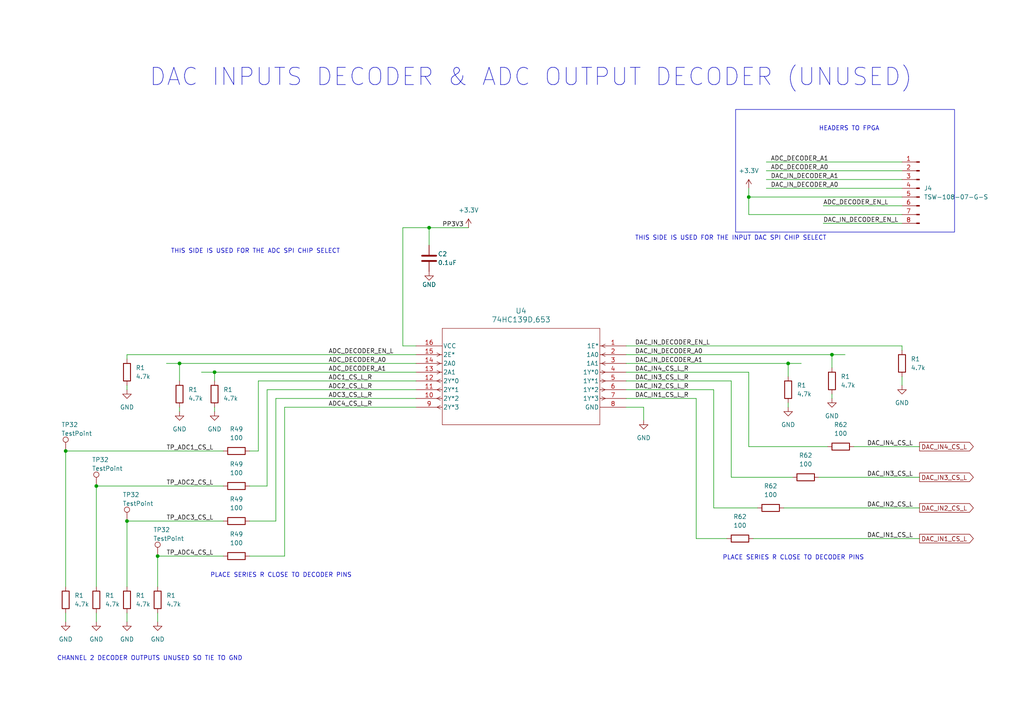
<source format=kicad_sch>
(kicad_sch (version 20230121) (generator eeschema)
  (paper "A4")
  (lib_symbols
    (symbol "74HC139N:74HC139N" (pin_names (offset 0.254))
      (property "Reference" "U" (at 30.48 10.16 0))
      (property "Value" "74HC139N" (at 30.48 7.62 0))
      (symbol "74HC139N_0_1"
        (polyline (pts (xy 7.0993 -15.7607) (xy 6.0579 -15.24)) (stroke (width 0.127)))
        (polyline (pts (xy 7.0993 -14.7193) (xy 6.0579 -15.24)) (stroke (width 0.127)))
        (polyline (pts (xy 7.0993 -13.2207) (xy 6.0579 -12.7)) (stroke (width 0.127)))
        (polyline (pts (xy 7.0993 -12.1793) (xy 6.0579 -12.7)) (stroke (width 0.127)))
        (polyline (pts (xy 7.0993 -10.6807) (xy 6.0579 -10.16)) (stroke (width 0.127)))
        (polyline (pts (xy 7.0993 -9.6393) (xy 6.0579 -10.16)) (stroke (width 0.127)))
        (polyline (pts (xy 7.0993 -8.1407) (xy 6.0579 -7.62)) (stroke (width 0.127)))
        (polyline (pts (xy 7.0993 -7.0993) (xy 6.0579 -7.62)) (stroke (width 0.127)))
        (polyline (pts (xy 7.0993 -5.08) (xy 6.0579 -5.6007)) (stroke (width 0.127)))
        (polyline (pts (xy 7.0993 -5.08) (xy 6.0579 -4.5593)) (stroke (width 0.127)))
        (polyline (pts (xy 7.0993 -2.54) (xy 6.0579 -3.0607)) (stroke (width 0.127)))
        (polyline (pts (xy 7.0993 -2.54) (xy 6.0579 -2.0193)) (stroke (width 0.127)))
        (polyline (pts (xy 7.0993 0) (xy 6.0579 -0.5207)) (stroke (width 0.127)))
        (polyline (pts (xy 7.0993 0) (xy 6.0579 0.5207)) (stroke (width 0.127)))
        (polyline (pts (xy 7.62 -22.86) (xy 53.34 -22.86)) (stroke (width 0.127)))
        (polyline (pts (xy 7.62 5.08) (xy 7.62 -22.86)) (stroke (width 0.127)))
        (polyline (pts (xy 53.34 -22.86) (xy 53.34 5.08)) (stroke (width 0.127)))
        (polyline (pts (xy 53.34 5.08) (xy 7.62 5.08)) (stroke (width 0.127)))
        (polyline (pts (xy 53.8607 -18.3007) (xy 54.9021 -17.78)) (stroke (width 0.127)))
        (polyline (pts (xy 53.8607 -17.2593) (xy 54.9021 -17.78)) (stroke (width 0.127)))
        (polyline (pts (xy 53.8607 -15.7607) (xy 54.9021 -15.24)) (stroke (width 0.127)))
        (polyline (pts (xy 53.8607 -14.7193) (xy 54.9021 -15.24)) (stroke (width 0.127)))
        (polyline (pts (xy 53.8607 -13.2207) (xy 54.9021 -12.7)) (stroke (width 0.127)))
        (polyline (pts (xy 53.8607 -12.1793) (xy 54.9021 -12.7)) (stroke (width 0.127)))
        (polyline (pts (xy 53.8607 -10.6807) (xy 54.9021 -10.16)) (stroke (width 0.127)))
        (polyline (pts (xy 53.8607 -9.6393) (xy 54.9021 -10.16)) (stroke (width 0.127)))
        (polyline (pts (xy 53.8607 -7.62) (xy 54.9021 -8.1407)) (stroke (width 0.127)))
        (polyline (pts (xy 53.8607 -7.62) (xy 54.9021 -7.0993)) (stroke (width 0.127)))
        (polyline (pts (xy 53.8607 -5.08) (xy 54.9021 -5.6007)) (stroke (width 0.127)))
        (polyline (pts (xy 53.8607 -5.08) (xy 54.9021 -4.5593)) (stroke (width 0.127)))
        (polyline (pts (xy 53.8607 -2.54) (xy 54.9021 -3.0607)) (stroke (width 0.127)))
        (polyline (pts (xy 53.8607 -2.54) (xy 54.9021 -2.0193)) (stroke (width 0.127)))
        (pin input line (at 0 0 0) (length 7.62) (name "1E*") (number "1"))
        (pin output line (at 60.96 -15.24 180) (length 7.62) (name "2Y*2") (number "10"))
        (pin output line (at 60.96 -12.7 180) (length 7.62) (name "2Y*1") (number "11"))
        (pin output line (at 60.96 -10.16 180) (length 7.62) (name "2Y*0") (number "12"))
        (pin input line (at 60.96 -7.62 180) (length 7.62) (name "2A1") (number "13"))
        (pin input line (at 60.96 -5.08 180) (length 7.62) (name "2A0") (number "14"))
        (pin input line (at 60.96 -2.54 180) (length 7.62) (name "2E*") (number "15"))
        (pin power_in line (at 60.96 0 180) (length 7.62) (name "VCC") (number "16"))
        (pin input line (at 0 -2.54 0) (length 7.62) (name "1A0") (number "2"))
        (pin input line (at 0 -5.08 0) (length 7.62) (name "1A1") (number "3"))
        (pin output line (at 0 -7.62 0) (length 7.62) (name "1Y*0") (number "4"))
        (pin output line (at 0 -10.16 0) (length 7.62) (name "1Y*1") (number "5"))
        (pin output line (at 0 -12.7 0) (length 7.62) (name "1Y*2") (number "6"))
        (pin output line (at 0 -15.24 0) (length 7.62) (name "1Y*3") (number "7"))
        (pin power_in line (at 0 -17.78 0) (length 7.62) (name "GND") (number "8"))
        (pin output line (at 60.96 -17.78 180) (length 7.62) (name "2Y*3") (number "9"))
      )
    )
    (symbol "Connector:Conn_01x08_Pin" (pin_names (offset 1.016) hide)
      (property "Reference" "J" (at 0 10.16 0))
      (property "Value" "Conn_01x08_Pin" (at 0 -12.7 0))
      (symbol "Conn_01x08_Pin_1_1"
        (polyline (pts (xy 1.27 -10.16) (xy 0.8636 -10.16)) (stroke (width 0.1524)))
        (polyline (pts (xy 1.27 -7.62) (xy 0.8636 -7.62)) (stroke (width 0.1524)))
        (polyline (pts (xy 1.27 -5.08) (xy 0.8636 -5.08)) (stroke (width 0.1524)))
        (polyline (pts (xy 1.27 -2.54) (xy 0.8636 -2.54)) (stroke (width 0.1524)))
        (polyline (pts (xy 1.27 0) (xy 0.8636 0)) (stroke (width 0.1524)))
        (polyline (pts (xy 1.27 2.54) (xy 0.8636 2.54)) (stroke (width 0.1524)))
        (polyline (pts (xy 1.27 5.08) (xy 0.8636 5.08)) (stroke (width 0.1524)))
        (polyline (pts (xy 1.27 7.62) (xy 0.8636 7.62)) (stroke (width 0.1524)))
        (rectangle (start 0.8636 -10.033) (end 0 -10.287) (stroke (width 0.1524)) (fill (type outline)))
        (rectangle (start 0.8636 -7.493) (end 0 -7.747) (stroke (width 0.1524)) (fill (type outline)))
        (rectangle (start 0.8636 -4.953) (end 0 -5.207) (stroke (width 0.1524)) (fill (type outline)))
        (rectangle (start 0.8636 -2.413) (end 0 -2.667) (stroke (width 0.1524)) (fill (type outline)))
        (rectangle (start 0.8636 0.127) (end 0 -0.127) (stroke (width 0.1524)) (fill (type outline)))
        (rectangle (start 0.8636 2.667) (end 0 2.413) (stroke (width 0.1524)) (fill (type outline)))
        (rectangle (start 0.8636 5.207) (end 0 4.953) (stroke (width 0.1524)) (fill (type outline)))
        (rectangle (start 0.8636 7.747) (end 0 7.493) (stroke (width 0.1524)) (fill (type outline)))
        (pin passive line (at 5.08 7.62 180) (length 3.81) (name "Pin_1") (number "1"))
        (pin passive line (at 5.08 5.08 180) (length 3.81) (name "Pin_2") (number "2"))
        (pin passive line (at 5.08 2.54 180) (length 3.81) (name "Pin_3") (number "3"))
        (pin passive line (at 5.08 0 180) (length 3.81) (name "Pin_4") (number "4"))
        (pin passive line (at 5.08 -2.54 180) (length 3.81) (name "Pin_5") (number "5"))
        (pin passive line (at 5.08 -5.08 180) (length 3.81) (name "Pin_6") (number "6"))
        (pin passive line (at 5.08 -7.62 180) (length 3.81) (name "Pin_7") (number "7"))
        (pin passive line (at 5.08 -10.16 180) (length 3.81) (name "Pin_8") (number "8"))
      )
    )
    (symbol "Connector:TestPoint" (pin_numbers hide) (pin_names (offset 0.762) hide)
      (property "Reference" "TP" (at 0 6.858 0))
      (property "Value" "TestPoint" (at 0 5.08 0))
      (symbol "TestPoint_0_1"
        (circle (center 0 3.302) (radius 0.762))
      )
      (symbol "TestPoint_1_1"
        (pin passive line (at 0 0 90) (length 2.54) (name "1") (number "1"))
      )
    )
    (symbol "Device:C" (pin_numbers hide) (pin_names (offset 0.254))
      (property "Reference" "C" (at 0.635 2.54 0))
      (property "Value" "C" (at 0.635 -2.54 0))
      (symbol "C_0_1"
        (polyline (pts (xy -2.032 -0.762) (xy 2.032 -0.762)) (stroke (width 0.508)))
        (polyline (pts (xy -2.032 0.762) (xy 2.032 0.762)) (stroke (width 0.508)))
      )
      (symbol "C_1_1"
        (pin passive line (at 0 3.81 270) (length 2.794) (name "~") (number "1"))
        (pin passive line (at 0 -3.81 90) (length 2.794) (name "~") (number "2"))
      )
    )
    (symbol "Device:R" (pin_numbers hide) (pin_names (offset 0))
      (property "Reference" "R" (at 2.032 0 90))
      (property "Value" "R" (at 0 0 90))
      (symbol "R_0_1"
        (rectangle (start -1.016 -2.54) (end 1.016 2.54) (stroke (width 0.254)))
      )
      (symbol "R_1_1"
        (pin passive line (at 0 3.81 270) (length 1.27) (name "~") (number "1"))
        (pin passive line (at 0 -3.81 90) (length 1.27) (name "~") (number "2"))
      )
    )
    (symbol "power:+3.3V" (power) (pin_names (offset 0))
      (property "Value" "+3.3V" (at 0 3.556 0))
      (symbol "+3.3V_0_1"
        (polyline (pts (xy -0.762 1.27) (xy 0 2.54)))
        (polyline (pts (xy 0 0) (xy 0 2.54)))
        (polyline (pts (xy 0 2.54) (xy 0.762 1.27)))
      )
      (symbol "+3.3V_1_1"
        (pin power_in line (at 0 0 90) (length 0) hide (name "+3.3V") (number "1"))
      )
    )
    (symbol "power:GND" (power) (pin_names (offset 0))
      (property "Value" "GND" (at 0 -3.81 0))
      (symbol "GND_0_1"
        (polyline (pts (xy 0 0) (xy 0 -1.27) (xy 1.27 -1.27) (xy 0 -2.54) (xy -1.27 -1.27) (xy 0 -1.27)))
      )
      (symbol "GND_1_1"
        (pin power_in line (at 0 0 270) (length 0) hide (name "GND") (number "1"))
      )
    )
  )
  (junction (at 217.17 57.15))
  (junction (at 27.94 140.97))
  (junction (at 62.23 107.95))
  (junction (at 45.72 161.29))
  (junction (at 19.05 130.81))
  (junction (at 52.07 105.41))
  (junction (at 124.46 66.04))
  (junction (at 228.6 105.41))
  (junction (at 36.83 151.13))
  (junction (at 241.3 102.87))
  (wire (pts (xy 181.61 115.57) (xy 201.93 115.57)))
  (wire (pts (xy 217.17 62.23) (xy 261.62 62.23)))
  (wire (pts (xy 74.93 110.49) (xy 120.65 110.49)))
  (wire (pts (xy 181.61 118.11) (xy 186.69 118.11)))
  (wire (pts (xy 45.72 177.8) (xy 45.72 180.34)))
  (wire (pts (xy 222.25 54.61) (xy 261.62 54.61)))
  (wire (pts (xy 181.61 102.87) (xy 241.3 102.87)))
  (wire (pts (xy 186.69 121.92) (xy 186.69 118.11)))
  (wire (pts (xy 74.93 110.49) (xy 74.93 130.81)))
  (wire (pts (xy 227.33 147.32) (xy 266.7 147.32)))
  (wire (pts (xy 36.83 151.13) (xy 64.77 151.13)))
  (wire (pts (xy 52.07 105.41) (xy 52.07 110.49)))
  (wire (pts (xy 82.55 118.11) (xy 120.65 118.11)))
  (wire (pts (xy 36.83 177.8) (xy 36.83 180.34)))
  (wire (pts (xy 82.55 118.11) (xy 82.55 161.29)))
  (wire (pts (xy 181.61 110.49) (xy 212.09 110.49)))
  (wire (pts (xy 238.76 59.69) (xy 261.62 59.69)))
  (wire (pts (xy 62.23 107.95) (xy 120.65 107.95)))
  (wire (pts (xy 116.84 66.04) (xy 124.46 66.04)))
  (wire (pts (xy 19.05 177.8) (xy 19.05 180.34)))
  (wire (pts (xy 241.3 102.87) (xy 245.11 102.87)))
  (wire (pts (xy 181.61 107.95) (xy 217.17 107.95)))
  (wire (pts (xy 52.07 105.41) (xy 120.65 105.41)))
  (wire (pts (xy 261.62 109.22) (xy 261.62 111.76)))
  (wire (pts (xy 80.01 115.57) (xy 80.01 151.13)))
  (wire (pts (xy 217.17 57.15) (xy 217.17 62.23)))
  (wire (pts (xy 80.01 151.13) (xy 72.39 151.13)))
  (wire (pts (xy 212.09 138.43) (xy 229.87 138.43)))
  (wire (pts (xy 207.01 113.03) (xy 207.01 147.32)))
  (wire (pts (xy 124.46 66.04) (xy 124.46 71.12)))
  (wire (pts (xy 62.23 107.95) (xy 62.23 110.49)))
  (wire (pts (xy 241.3 102.87) (xy 241.3 106.68)))
  (wire (pts (xy 181.61 100.33) (xy 261.62 100.33)))
  (wire (pts (xy 77.47 140.97) (xy 72.39 140.97)))
  (wire (pts (xy 212.09 110.49) (xy 212.09 138.43)))
  (wire (pts (xy 201.93 115.57) (xy 201.93 156.21)))
  (wire (pts (xy 247.65 129.54) (xy 266.7 129.54)))
  (wire (pts (xy 82.55 161.29) (xy 72.39 161.29)))
  (wire (pts (xy 45.72 161.29) (xy 45.72 170.18)))
  (wire (pts (xy 218.44 156.21) (xy 266.7 156.21)))
  (wire (pts (xy 19.05 170.18) (xy 19.05 130.81)))
  (wire (pts (xy 27.94 177.8) (xy 27.94 180.34)))
  (wire (pts (xy 36.83 111.76) (xy 36.83 113.03)))
  (wire (pts (xy 261.62 100.33) (xy 261.62 101.6)))
  (wire (pts (xy 228.6 116.84) (xy 228.6 118.11)))
  (wire (pts (xy 62.23 118.11) (xy 62.23 119.38)))
  (wire (pts (xy 52.07 118.11) (xy 52.07 119.38)))
  (wire (pts (xy 217.17 57.15) (xy 217.17 54.61)))
  (wire (pts (xy 207.01 147.32) (xy 219.71 147.32)))
  (wire (pts (xy 217.17 107.95) (xy 217.17 129.54)))
  (wire (pts (xy 120.65 100.33) (xy 116.84 100.33)))
  (wire (pts (xy 228.6 105.41) (xy 228.6 109.22)))
  (wire (pts (xy 27.94 170.18) (xy 27.94 140.97)))
  (wire (pts (xy 217.17 57.15) (xy 261.62 57.15)))
  (wire (pts (xy 74.93 130.81) (xy 72.39 130.81)))
  (wire (pts (xy 241.3 114.3) (xy 241.3 115.57)))
  (wire (pts (xy 58.42 107.95) (xy 62.23 107.95)))
  (wire (pts (xy 27.94 140.97) (xy 64.77 140.97)))
  (wire (pts (xy 222.25 46.99) (xy 261.62 46.99)))
  (wire (pts (xy 217.17 129.54) (xy 240.03 129.54)))
  (wire (pts (xy 19.05 130.81) (xy 64.77 130.81)))
  (wire (pts (xy 201.93 156.21) (xy 210.82 156.21)))
  (wire (pts (xy 237.49 138.43) (xy 266.7 138.43)))
  (wire (pts (xy 77.47 113.03) (xy 120.65 113.03)))
  (wire (pts (xy 36.83 102.87) (xy 120.65 102.87)))
  (wire (pts (xy 45.72 161.29) (xy 64.77 161.29)))
  (wire (pts (xy 238.76 64.77) (xy 261.62 64.77)))
  (wire (pts (xy 222.25 52.07) (xy 261.62 52.07)))
  (wire (pts (xy 228.6 105.41) (xy 232.41 105.41)))
  (wire (pts (xy 80.01 115.57) (xy 120.65 115.57)))
  (wire (pts (xy 36.83 170.18) (xy 36.83 151.13)))
  (wire (pts (xy 77.47 113.03) (xy 77.47 140.97)))
  (wire (pts (xy 116.84 100.33) (xy 116.84 66.04)))
  (wire (pts (xy 48.26 105.41) (xy 52.07 105.41)))
  (wire (pts (xy 124.46 66.04) (xy 135.89 66.04)))
  (wire (pts (xy 181.61 105.41) (xy 228.6 105.41)))
  (wire (pts (xy 181.61 113.03) (xy 207.01 113.03)))
  (wire (pts (xy 222.25 49.53) (xy 261.62 49.53)))
  (wire (pts (xy 36.83 102.87) (xy 36.83 104.14)))
  (rectangle (start 213.36 31.75) (end 276.86 67.31))
  (text "CHANNEL 2 DECODER OUTPUTS UNUSED SO TIE TO GND" (at 16.51 191.77 0) (effects (font (size 1.27 1.27)) (justify left bottom)))
  (text "PLACE SERIES R CLOSE TO DECODER PINS" (at 60.96 167.64 0) (effects (font (size 1.27 1.27)) (justify left bottom)))
  (text "PLACE SERIES R CLOSE TO DECODER PINS" (at 209.55 162.56 0) (effects (font (size 1.27 1.27)) (justify left bottom)))
  (text "HEADERS TO FPGA" (at 237.49 38.1 0) (effects (font (size 1.27 1.27)) (justify left bottom)))
  (text "DAC INPUTS DECODER & ADC OUTPUT DECODER (UNUSED)" (at 43.18 25.4 0) (effects (font (size 5 5)) (justify left bottom)))
  (text "THIS SIDE IS USED FOR THE ADC SPI CHIP SELECT\n" (at 49.53 73.66 0) (effects (font (size 1.27 1.27)) (justify left bottom)))
  (text "THIS SIDE IS USED FOR THE INPUT DAC SPI CHIP SELECT\n" (at 184.15 69.85 0) (effects (font (size 1.27 1.27)) (justify left bottom)))
  (label "ADC4_CS_L_R" (at 95.25 118.11 0))
  (label "DAC_IN2_CS_L_R" (at 184.15 113.03 0))
  (label "ADC3_CS_L_R" (at 95.25 115.57 0))
  (label "ADC_DECODER_EN_L" (at 95.25 102.87 0))
  (label "ADC2_CS_L_R" (at 95.25 113.03 0))
  (label "TP_ADC3_CS_L" (at 48.26 151.13 0))
  (label "DAC_IN4_CS_L" (at 251.46 129.54 0))
  (label "ADC_DECODER_A1" (at 223.52 46.99 0))
  (label "DAC_IN1_CS_L" (at 251.46 156.21 0))
  (label "DAC_IN4_CS_L_R" (at 184.15 107.95 0))
  (label "TP_ADC4_CS_L" (at 48.26 161.29 0))
  (label "DAC_IN_DECODER_A0" (at 223.52 54.61 0))
  (label "DAC_IN3_CS_L" (at 251.46 138.43 0))
  (label "DAC_IN3_CS_L_R" (at 184.15 110.49 0))
  (label "DAC_IN1_CS_L_R" (at 184.15 115.57 0))
  (label "ADC_DECODER_A0" (at 95.25 105.41 0))
  (label "DAC_IN_DECODER_A0" (at 184.15 102.87 0))
  (label "DAC_IN_DECODER_EN_L" (at 184.15 100.33 0))
  (label "DAC_IN_DECODER_A1" (at 184.15 105.41 0))
  (label "ADC_DECODER_EN_L" (at 238.76 59.69 0))
  (label "ADC_DECODER_A1" (at 95.25 107.95 0))
  (label "PP3V3" (at 128.27 66.04 0))
  (label "TP_ADC2_CS_L" (at 48.26 140.97 0))
  (label "ADC1_CS_L_R" (at 95.25 110.49 0))
  (label "TP_ADC1_CS_L" (at 48.26 130.81 0))
  (label "DAC_IN_DECODER_EN_L" (at 238.76 64.77 0))
  (label "ADC_DECODER_A0" (at 223.52 49.53 0))
  (label "DAC_IN2_CS_L" (at 251.46 147.32 0))
  (label "DAC_IN_DECODER_A1" (at 223.52 52.07 0))
  (global_label "DAC_IN3_CS_L" (shape output) (at 266.7 138.43 0) (property "Intersheetrefs" "${INTERSHEET_REFS}" (effects hide)))
  (global_label "DAC_IN2_CS_L" (shape output) (at 266.7 147.32 0) (property "Intersheetrefs" "${INTERSHEET_REFS}" (effects hide)))
  (global_label "DAC_IN4_CS_L" (shape output) (at 266.7 129.54 0) (property "Intersheetrefs" "${INTERSHEET_REFS}" (effects hide)))
  (global_label "DAC_IN1_CS_L" (shape output) (at 266.7 156.21 0) (property "Intersheetrefs" "${INTERSHEET_REFS}" (effects hide)))
  (symbol (lib_id "Connector:Conn_01x08_Pin") (at 266.7 54.61 0) (mirror y) (unit 1)
    (property "Reference" "J4" (at 267.97 54.61 0) (effects (justify right)))
    (property "Value" "TSW-108-07-G-S" (at 267.97 57.15 0) (effects (justify right)))
    (property "Footprint" "Connector_PinHeader_2.54mm:PinHeader_1x08_P2.54mm_Vertical" (effects hide))
    (property "Datasheet" "https://suddendocs.samtec.com/catalog_english/tsw_th.pdf" (effects hide))
    (property "Comment" "Connector Header Through Hole 8 position 0.100\" (2.54mm)" (effects hide))
    (property "MPN" "TSW-108-07-G-S" (effects hide))
  )
  (symbol (lib_id "Device:R") (at 228.6 113.03 0) (unit 1)
    (property "Reference" "R1" (at 231.14 111.76 0) (effects (justify left)))
    (property "Value" "4.7k" (at 231.14 114.3 0) (effects (justify left)))
    (property "Footprint" "Resistor_SMD:R_0805_2012Metric" (effects hide))
    (property "Datasheet" "https://www.yageo.com/upload/media/product/products/datasheet/rchip/PYu-RC_Group_51_RoHS_L_12.pdf" (effects hide))
    (property "Comment" "4.7 kOhms ±1% 0.125W, 1/8W Chip Resistor 0805 (2012 Metric) Moisture Resistant Thick Film" (effects hide))
    (property "LCSC" "C60816" (effects hide))
    (property "MPN" "RC0805FR-074K7L" (effects hide))
    (instances (project "fydp" (path "" (reference "R1") (unit 1)) (path "" (reference "R9") (unit 1)) (path "" (reference "R11") (unit 1))))
  )
  (symbol (lib_id "Connector:TestPoint") (at 27.94 140.97 0) (unit 1)
    (property "Reference" "TP32" (at 26.67 133.35 0) (effects (justify left)))
    (property "Value" "TestPoint" (at 26.67 135.89 0) (effects (justify left)))
    (property "Footprint" "TestPoint:TestPoint_Pad_1.0x1.0mm" (effects hide))
    (instances (project "fydp" (path "" (reference "TP32") (unit 1)) (path "" (reference "TP2") (unit 1))) (project "untitled" (path "" (reference "TP2") (unit 1))))
  )
  (symbol (lib_id "Device:R") (at 68.58 140.97 270) (unit 1)
    (property "Reference" "R49" (at 68.58 134.62 90))
    (property "Value" "100" (at 68.58 137.16 90))
    (property "Footprint" "Resistor_SMD:R_0805_2012Metric" (effects hide))
    (property "Datasheet" "https://www.yageo.com/upload/media/product/products/datasheet/rchip/PYu-RC_Group_51_RoHS_L_12.pdf" (effects hide))
    (property "Comment" "100 Ohms ±1% 0.125W, 1/8W Chip Resistor 0805 (2012 Metric) Moisture Resistant Thick Film" (effects hide))
    (property "LCSC" "C105577" (effects hide))
    (property "MPN" "RC0805FR-07100RL" (effects hide))
    (instances (project "fydp" (path "" (reference "R49") (unit 1)) (path "" (reference "R17") (unit 1))))
  )
  (symbol (lib_id "power:GND") (at 186.69 121.92 0) (unit 1)
    (property "Reference" "#PWR040" (effects hide))
    (property "Value" "GND" (at 186.69 127 0))
  )
  (symbol (lib_id "Device:R") (at 45.72 173.99 0) (unit 1)
    (property "Reference" "R1" (at 48.26 172.72 0) (effects (justify left)))
    (property "Value" "4.7k" (at 48.26 175.26 0) (effects (justify left)))
    (property "Footprint" "Resistor_SMD:R_0805_2012Metric" (effects hide))
    (property "Datasheet" "https://www.yageo.com/upload/media/product/products/datasheet/rchip/PYu-RC_Group_51_RoHS_L_12.pdf" (effects hide))
    (property "Comment" "4.7 kOhms ±1% 0.125W, 1/8W Chip Resistor 0805 (2012 Metric) Moisture Resistant Thick Film" (effects hide))
    (property "LCSC" "C60816" (effects hide))
    (property "MPN" "RC0805FR-074K7L" (effects hide))
    (instances (project "fydp" (path "" (reference "R1") (unit 1)) (path "" (reference "R9") (unit 1)) (path "" (reference "R25") (unit 1)) (path "" (reference "R8") (unit 1))))
  )
  (symbol (lib_id "Connector:TestPoint") (at 36.83 151.13 0) (unit 1)
    (property "Reference" "TP32" (at 35.56 143.51 0) (effects (justify left)))
    (property "Value" "TestPoint" (at 35.56 146.05 0) (effects (justify left)))
    (property "Footprint" "TestPoint:TestPoint_Pad_1.0x1.0mm" (effects hide))
    (instances (project "fydp" (path "" (reference "TP32") (unit 1)) (path "" (reference "TP3") (unit 1))) (project "untitled" (path "" (reference "TP2") (unit 1))))
  )
  (symbol (lib_id "Device:R") (at 62.23 114.3 0) (unit 1)
    (property "Reference" "R1" (at 64.77 113.03 0) (effects (justify left)))
    (property "Value" "4.7k" (at 64.77 115.57 0) (effects (justify left)))
    (property "Footprint" "Resistor_SMD:R_0805_2012Metric" (effects hide))
    (property "Datasheet" "https://www.yageo.com/upload/media/product/products/datasheet/rchip/PYu-RC_Group_51_RoHS_L_12.pdf" (effects hide))
    (property "Comment" "4.7 kOhms ±1% 0.125W, 1/8W Chip Resistor 0805 (2012 Metric) Moisture Resistant Thick Film" (effects hide))
    (property "LCSC" "C60816" (effects hide))
    (property "MPN" "RC0805FR-074K7L" (effects hide))
    (instances (project "fydp" (path "" (reference "R1") (unit 1)) (path "" (reference "R9") (unit 1)) (path "" (reference "R13") (unit 1))))
  )
  (symbol (lib_id "power:GND") (at 124.46 78.74 0) (unit 1)
    (property "Reference" "#PWR08" (effects hide))
    (property "Value" "GND" (at 124.46 82.55 0))
    (instances (project "fydp" (path "" (reference "#PWR08") (unit 1)) (path "" (reference "#PWR085") (unit 1)) (path "" (reference "#PWR0157") (unit 1)) (path "" (reference "#PWR032") (unit 1))))
  )
  (symbol (lib_id "power:GND") (at 241.3 115.57 0) (unit 1)
    (property "Reference" "#PWR036" (effects hide))
    (property "Value" "GND" (at 241.3 120.65 0))
  )
  (symbol (lib_id "power:+3.3V") (at 135.89 66.04 0) (unit 1)
    (property "Reference" "#PWR013" (effects hide))
    (property "Value" "+3.3V" (at 135.89 60.96 0))
    (instances (project "fydp" (path "" (reference "#PWR013") (unit 1)) (path "" (reference "#PWR030") (unit 1))))
  )
  (symbol (lib_id "Device:R") (at 241.3 110.49 0) (unit 1)
    (property "Reference" "R1" (at 243.84 109.22 0) (effects (justify left)))
    (property "Value" "4.7k" (at 243.84 111.76 0) (effects (justify left)))
    (property "Footprint" "Resistor_SMD:R_0805_2012Metric" (effects hide))
    (property "Datasheet" "https://www.yageo.com/upload/media/product/products/datasheet/rchip/PYu-RC_Group_51_RoHS_L_12.pdf" (effects hide))
    (property "Comment" "4.7 kOhms ±1% 0.125W, 1/8W Chip Resistor 0805 (2012 Metric) Moisture Resistant Thick Film" (effects hide))
    (property "LCSC" "C60816" (effects hide))
    (property "MPN" "RC0805FR-074K7L" (effects hide))
    (instances (project "fydp" (path "" (reference "R1") (unit 1)) (path "" (reference "R9") (unit 1)) (path "" (reference "R10") (unit 1))))
  )
  (symbol (lib_id "Device:R") (at 19.05 173.99 0) (unit 1)
    (property "Reference" "R1" (at 21.59 172.72 0) (effects (justify left)))
    (property "Value" "4.7k" (at 21.59 175.26 0) (effects (justify left)))
    (property "Footprint" "Resistor_SMD:R_0805_2012Metric" (effects hide))
    (property "Datasheet" "https://www.yageo.com/upload/media/product/products/datasheet/rchip/PYu-RC_Group_51_RoHS_L_12.pdf" (effects hide))
    (property "Comment" "4.7 kOhms ±1% 0.125W, 1/8W Chip Resistor 0805 (2012 Metric) Moisture Resistant Thick Film" (effects hide))
    (property "LCSC" "C60816" (effects hide))
    (property "MPN" "RC0805FR-074K7L" (effects hide))
    (instances (project "fydp" (path "" (reference "R1") (unit 1)) (path "" (reference "R9") (unit 1)) (path "" (reference "R22") (unit 1)) (path "" (reference "R5") (unit 1))))
  )
  (symbol (lib_id "power:GND") (at 27.94 180.34 0) (unit 1)
    (property "Reference" "#PWR042" (effects hide))
    (property "Value" "GND" (at 27.94 185.42 0))
    (instances (project "fydp" (path "" (reference "#PWR042") (unit 1)) (path "" (reference "#PWR040") (unit 1))))
  )
  (symbol (lib_id "power:GND") (at 52.07 119.38 0) (unit 1)
    (property "Reference" "#PWR038" (effects hide))
    (property "Value" "GND" (at 52.07 124.46 0))
  )
  (symbol (lib_id "Device:R") (at 68.58 161.29 270) (unit 1)
    (property "Reference" "R49" (at 68.58 154.94 90))
    (property "Value" "100" (at 68.58 157.48 90))
    (property "Footprint" "Resistor_SMD:R_0805_2012Metric" (effects hide))
    (property "Datasheet" "https://www.yageo.com/upload/media/product/products/datasheet/rchip/PYu-RC_Group_51_RoHS_L_12.pdf" (effects hide))
    (property "Comment" "100 Ohms ±1% 0.125W, 1/8W Chip Resistor 0805 (2012 Metric) Moisture Resistant Thick Film" (effects hide))
    (property "LCSC" "C105577" (effects hide))
    (property "MPN" "RC0805FR-07100RL" (effects hide))
    (instances (project "fydp" (path "" (reference "R49") (unit 1)) (path "" (reference "R21") (unit 1))))
  )
  (symbol (lib_id "power:GND") (at 36.83 113.03 0) (unit 1)
    (property "Reference" "#PWR035" (effects hide))
    (property "Value" "GND" (at 36.83 118.11 0))
  )
  (symbol (lib_id "Device:C") (at 124.46 74.93 0) (unit 1)
    (property "Reference" "C2" (at 127 73.66 0) (effects (justify left)))
    (property "Value" "0.1uF" (at 127 76.2 0) (effects (justify left)))
    (property "Footprint" "Capacitor_SMD:C_0805_2012Metric" (effects hide))
    (property "Datasheet" "https://www.yageo.com/upload/media/product/app/datasheet/mlcc/upy-gphc_x7r_6_3v-to-250v.pdf" (effects hide))
    (property "Comment" "0.1 µF ±10% 50V Ceramic Capacitor X7R 0805 (2012 Metric)" (effects hide))
    (property "LCSC" "C49678" (effects hide))
    (property "MPN" "CC0805KRX7R9BB104" (effects hide))
    (instances (project "fydp" (path "" (reference "C2") (unit 1)) (path "" (reference "C57") (unit 1)) (path "" (reference "C105") (unit 1)) (path "" (reference "C17") (unit 1))))
  )
  (symbol (lib_id "Device:R") (at 68.58 130.81 270) (unit 1)
    (property "Reference" "R49" (at 68.58 124.46 90))
    (property "Value" "100" (at 68.58 127 90))
    (property "Footprint" "Resistor_SMD:R_0805_2012Metric" (effects hide))
    (property "Datasheet" "https://www.yageo.com/upload/media/product/products/datasheet/rchip/PYu-RC_Group_51_RoHS_L_12.pdf" (effects hide))
    (property "Comment" "100 Ohms ±1% 0.125W, 1/8W Chip Resistor 0805 (2012 Metric) Moisture Resistant Thick Film" (effects hide))
    (property "LCSC" "C105577" (effects hide))
    (property "MPN" "RC0805FR-07100RL" (effects hide))
    (instances (project "fydp" (path "" (reference "R49") (unit 1)) (path "" (reference "R15") (unit 1))))
  )
  (symbol (lib_id "Device:R") (at 36.83 107.95 0) (unit 1)
    (property "Reference" "R1" (at 39.37 106.68 0) (effects (justify left)))
    (property "Value" "4.7k" (at 39.37 109.22 0) (effects (justify left)))
    (property "Footprint" "Resistor_SMD:R_0805_2012Metric" (effects hide))
    (property "Datasheet" "https://www.yageo.com/upload/media/product/products/datasheet/rchip/PYu-RC_Group_51_RoHS_L_12.pdf" (effects hide))
    (property "Comment" "4.7 kOhms ±1% 0.125W, 1/8W Chip Resistor 0805 (2012 Metric) Moisture Resistant Thick Film" (effects hide))
    (property "LCSC" "C60816" (effects hide))
    (property "MPN" "RC0805FR-074K7L" (effects hide))
    (instances (project "fydp" (path "" (reference "R1") (unit 1)) (path "" (reference "R9") (unit 1)) (path "" (reference "R9") (unit 1))))
  )
  (symbol (lib_id "Device:R") (at 36.83 173.99 0) (unit 1)
    (property "Reference" "R1" (at 39.37 172.72 0) (effects (justify left)))
    (property "Value" "4.7k" (at 39.37 175.26 0) (effects (justify left)))
    (property "Footprint" "Resistor_SMD:R_0805_2012Metric" (effects hide))
    (property "Datasheet" "https://www.yageo.com/upload/media/product/products/datasheet/rchip/PYu-RC_Group_51_RoHS_L_12.pdf" (effects hide))
    (property "Comment" "4.7 kOhms ±1% 0.125W, 1/8W Chip Resistor 0805 (2012 Metric) Moisture Resistant Thick Film" (effects hide))
    (property "LCSC" "C60816" (effects hide))
    (property "MPN" "RC0805FR-074K7L" (effects hide))
    (instances (project "fydp" (path "" (reference "R1") (unit 1)) (path "" (reference "R9") (unit 1)) (path "" (reference "R24") (unit 1)) (path "" (reference "R7") (unit 1))))
  )
  (symbol (lib_id "power:GND") (at 45.72 180.34 0) (unit 1)
    (property "Reference" "#PWR044" (effects hide))
    (property "Value" "GND" (at 45.72 185.42 0))
  )
  (symbol (lib_id "power:+3.3V") (at 217.17 54.61 0) (unit 1)
    (property "Reference" "#PWR013" (effects hide))
    (property "Value" "+3.3V" (at 217.17 49.53 0))
    (instances (project "fydp" (path "" (reference "#PWR013") (unit 1)) (path "" (reference "#PWR0202") (unit 1))))
  )
  (symbol (lib_id "Device:R") (at 52.07 114.3 0) (unit 1)
    (property "Reference" "R1" (at 54.61 113.03 0) (effects (justify left)))
    (property "Value" "4.7k" (at 54.61 115.57 0) (effects (justify left)))
    (property "Footprint" "Resistor_SMD:R_0805_2012Metric" (effects hide))
    (property "Datasheet" "https://www.yageo.com/upload/media/product/products/datasheet/rchip/PYu-RC_Group_51_RoHS_L_12.pdf" (effects hide))
    (property "Comment" "4.7 kOhms ±1% 0.125W, 1/8W Chip Resistor 0805 (2012 Metric) Moisture Resistant Thick Film" (effects hide))
    (property "LCSC" "C60816" (effects hide))
    (property "MPN" "RC0805FR-074K7L" (effects hide))
    (instances (project "fydp" (path "" (reference "R1") (unit 1)) (path "" (reference "R9") (unit 1)) (path "" (reference "R12") (unit 1))))
  )
  (symbol (lib_id "power:GND") (at 19.05 180.34 0) (unit 1)
    (property "Reference" "#PWR041" (effects hide))
    (property "Value" "GND" (at 19.05 185.42 0))
    (instances (project "fydp" (path "" (reference "#PWR041") (unit 1)) (path "" (reference "#PWR039") (unit 1))))
  )
  (symbol (lib_id "Device:R") (at 243.84 129.54 270) (unit 1)
    (property "Reference" "R62" (at 243.84 123.19 90))
    (property "Value" "100" (at 243.84 125.73 90))
    (property "Footprint" "Resistor_SMD:R_0805_2012Metric" (effects hide))
    (property "Datasheet" "https://www.yageo.com/upload/media/product/products/datasheet/rchip/PYu-RC_Group_51_RoHS_L_12.pdf" (effects hide))
    (property "Comment" "100 Ohms ±1% 0.125W, 1/8W Chip Resistor 0805 (2012 Metric) Moisture Resistant Thick Film" (effects hide))
    (property "LCSC" "C105577" (effects hide))
    (property "MPN" "RC0805FR-07100RL" (effects hide))
    (instances (project "fydp" (path "" (reference "R62") (unit 1)) (path "" (reference "R14") (unit 1))))
  )
  (symbol (lib_id "Device:R") (at 214.63 156.21 270) (unit 1)
    (property "Reference" "R62" (at 214.63 149.86 90))
    (property "Value" "100" (at 214.63 152.4 90))
    (property "Footprint" "Resistor_SMD:R_0805_2012Metric" (effects hide))
    (property "Datasheet" "https://www.yageo.com/upload/media/product/products/datasheet/rchip/PYu-RC_Group_51_RoHS_L_12.pdf" (effects hide))
    (property "Comment" "100 Ohms ±1% 0.125W, 1/8W Chip Resistor 0805 (2012 Metric) Moisture Resistant Thick Film" (effects hide))
    (property "LCSC" "C105577" (effects hide))
    (property "MPN" "RC0805FR-07100RL" (effects hide))
    (instances (project "fydp" (path "" (reference "R62") (unit 1)) (path "" (reference "R20") (unit 1))))
  )
  (symbol (lib_id "Device:R") (at 68.58 151.13 270) (unit 1)
    (property "Reference" "R49" (at 68.58 144.78 90))
    (property "Value" "100" (at 68.58 147.32 90))
    (property "Footprint" "Resistor_SMD:R_0805_2012Metric" (effects hide))
    (property "Datasheet" "https://www.yageo.com/upload/media/product/products/datasheet/rchip/PYu-RC_Group_51_RoHS_L_12.pdf" (effects hide))
    (property "Comment" "100 Ohms ±1% 0.125W, 1/8W Chip Resistor 0805 (2012 Metric) Moisture Resistant Thick Film" (effects hide))
    (property "LCSC" "C105577" (effects hide))
    (property "MPN" "RC0805FR-07100RL" (effects hide))
    (instances (project "fydp" (path "" (reference "R49") (unit 1)) (path "" (reference "R19") (unit 1))))
  )
  (symbol (lib_id "power:GND") (at 228.6 118.11 0) (unit 1)
    (property "Reference" "#PWR037" (effects hide))
    (property "Value" "GND" (at 228.6 123.19 0))
  )
  (symbol (lib_id "Connector:TestPoint") (at 45.72 161.29 0) (unit 1)
    (property "Reference" "TP32" (at 44.45 153.67 0) (effects (justify left)))
    (property "Value" "TestPoint" (at 44.45 156.21 0) (effects (justify left)))
    (property "Footprint" "TestPoint:TestPoint_Pad_1.0x1.0mm" (effects hide))
    (instances (project "fydp" (path "" (reference "TP32") (unit 1)) (path "" (reference "TP4") (unit 1))) (project "untitled" (path "" (reference "TP2") (unit 1))))
  )
  (symbol (lib_id "74HC139N:74HC139N") (at 181.61 100.33 0) (mirror y) (unit 1)
    (property "Reference" "U4" (at 151.13 90.17 0) (effects (font (size 1.524 1.524))))
    (property "Value" "74HC139D,653" (at 151.13 92.71 0) (effects (font (size 1.524 1.524))))
    (property "Footprint" "Package_SO:SO-16_3.9x9.9mm_P1.27mm" (effects hide))
    (property "Datasheet" "https://assets.nexperia.com/documents/data-sheet/74HC_HCT139.pdf" (effects hide))
    (property "MPN" "74HC139D,653" (effects hide))
    (property "Comment" "Decoder/Demultiplexer 1 x 2:4 16-SO" (effects hide))
    (property "LCSC" "C5603" (effects hide))
  )
  (symbol (lib_id "power:GND") (at 261.62 111.76 0) (unit 1)
    (property "Reference" "#PWR034" (effects hide))
    (property "Value" "GND" (at 261.62 116.84 0))
  )
  (symbol (lib_id "Device:R") (at 233.68 138.43 270) (unit 1)
    (property "Reference" "R62" (at 233.68 132.08 90))
    (property "Value" "100" (at 233.68 134.62 90))
    (property "Footprint" "Resistor_SMD:R_0805_2012Metric" (effects hide))
    (property "Datasheet" "https://www.yageo.com/upload/media/product/products/datasheet/rchip/PYu-RC_Group_51_RoHS_L_12.pdf" (effects hide))
    (property "Comment" "100 Ohms ±1% 0.125W, 1/8W Chip Resistor 0805 (2012 Metric) Moisture Resistant Thick Film" (effects hide))
    (property "LCSC" "C105577" (effects hide))
    (property "MPN" "RC0805FR-07100RL" (effects hide))
    (instances (project "fydp" (path "" (reference "R62") (unit 1)) (path "" (reference "R16") (unit 1))))
  )
  (symbol (lib_id "Device:R") (at 27.94 173.99 0) (unit 1)
    (property "Reference" "R1" (at 30.48 172.72 0) (effects (justify left)))
    (property "Value" "4.7k" (at 30.48 175.26 0) (effects (justify left)))
    (property "Footprint" "Resistor_SMD:R_0805_2012Metric" (effects hide))
    (property "Datasheet" "https://www.yageo.com/upload/media/product/products/datasheet/rchip/PYu-RC_Group_51_RoHS_L_12.pdf" (effects hide))
    (property "Comment" "4.7 kOhms ±1% 0.125W, 1/8W Chip Resistor 0805 (2012 Metric) Moisture Resistant Thick Film" (effects hide))
    (property "LCSC" "C60816" (effects hide))
    (property "MPN" "RC0805FR-074K7L" (effects hide))
    (instances (project "fydp" (path "" (reference "R1") (unit 1)) (path "" (reference "R9") (unit 1)) (path "" (reference "R23") (unit 1)) (path "" (reference "R6") (unit 1))))
  )
  (symbol (lib_id "power:GND") (at 36.83 180.34 0) (unit 1)
    (property "Reference" "#PWR043" (effects hide))
    (property "Value" "GND" (at 36.83 185.42 0))
  )
  (symbol (lib_id "Device:R") (at 223.52 147.32 270) (unit 1)
    (property "Reference" "R62" (at 223.52 140.97 90))
    (property "Value" "100" (at 223.52 143.51 90))
    (property "Footprint" "Resistor_SMD:R_0805_2012Metric" (effects hide))
    (property "Datasheet" "https://www.yageo.com/upload/media/product/products/datasheet/rchip/PYu-RC_Group_51_RoHS_L_12.pdf" (effects hide))
    (property "Comment" "100 Ohms ±1% 0.125W, 1/8W Chip Resistor 0805 (2012 Metric) Moisture Resistant Thick Film" (effects hide))
    (property "LCSC" "C105577" (effects hide))
    (property "MPN" "RC0805FR-07100RL" (effects hide))
    (instances (project "fydp" (path "" (reference "R62") (unit 1)) (path "" (reference "R18") (unit 1))))
  )
  (symbol (lib_id "power:GND") (at 62.23 119.38 0) (unit 1)
    (property "Reference" "#PWR039" (effects hide))
    (property "Value" "GND" (at 62.23 124.46 0))
  )
  (symbol (lib_id "Device:R") (at 261.62 105.41 0) (unit 1)
    (property "Reference" "R1" (at 264.16 104.14 0) (effects (justify left)))
    (property "Value" "4.7k" (at 264.16 106.68 0) (effects (justify left)))
    (property "Footprint" "Resistor_SMD:R_0805_2012Metric" (effects hide))
    (property "Datasheet" "https://www.yageo.com/upload/media/product/products/datasheet/rchip/PYu-RC_Group_51_RoHS_L_12.pdf" (effects hide))
    (property "Comment" "4.7 kOhms ±1% 0.125W, 1/8W Chip Resistor 0805 (2012 Metric) Moisture Resistant Thick Film" (effects hide))
    (property "LCSC" "C60816" (effects hide))
    (property "MPN" "RC0805FR-074K7L" (effects hide))
    (instances (project "fydp" (path "" (reference "R1") (unit 1)) (path "" (reference "R9") (unit 1)) (path "" (reference "R8") (unit 1))))
  )
  (symbol (lib_id "Connector:TestPoint") (at 19.05 130.81 0) (unit 1)
    (property "Reference" "TP32" (at 17.78 123.19 0) (effects (justify left)))
    (property "Value" "TestPoint" (at 17.78 125.73 0) (effects (justify left)))
    (property "Footprint" "TestPoint:TestPoint_Pad_1.0x1.0mm" (effects hide))
    (instances (project "fydp" (path "" (reference "TP32") (unit 1)) (path "" (reference "TP1") (unit 1))) (project "untitled" (path "" (reference "TP2") (unit 1))))
  )
)
</source>
